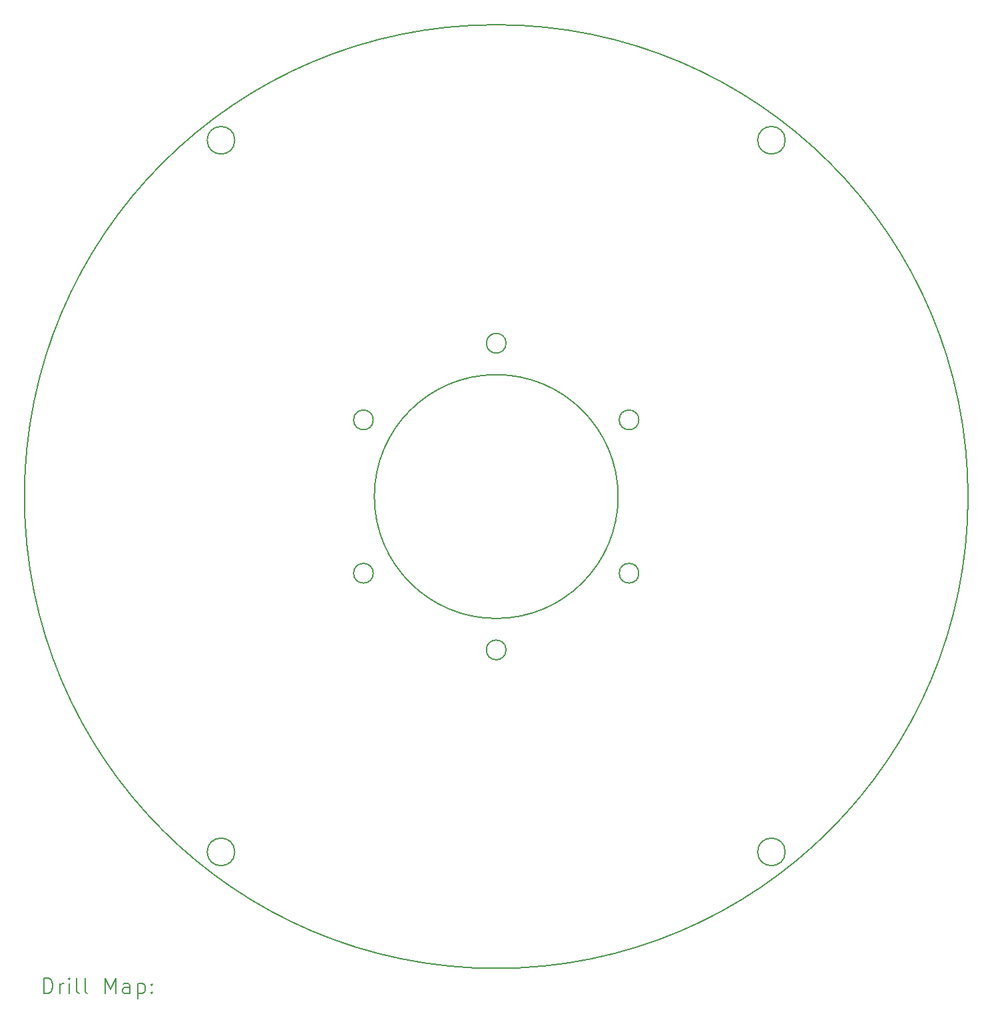
<source format=gbr>
%FSLAX45Y45*%
G04 Gerber Fmt 4.5, Leading zero omitted, Abs format (unit mm)*
G04 Created by KiCad (PCBNEW (6.0.5)) date 2022-10-16 22:53:59*
%MOMM*%
%LPD*%
G01*
G04 APERTURE LIST*
%TA.AperFunction,Profile*%
%ADD10C,0.200000*%
%TD*%
%ADD11C,0.200000*%
G04 APERTURE END LIST*
D10*
X12423000Y-5628811D02*
G75*
G03*
X12423000Y-5628811I-175000J0D01*
G01*
X15873000Y-8210000D02*
G75*
G03*
X15873000Y-8210000I-125000J0D01*
G01*
X17561750Y-9185000D02*
G75*
G03*
X17561750Y-9185000I-125000J0D01*
G01*
X12423000Y-14678811D02*
G75*
G03*
X12423000Y-14678811I-175000J0D01*
G01*
X19423000Y-14678811D02*
G75*
G03*
X19423000Y-14678811I-175000J0D01*
G01*
X17561750Y-11135000D02*
G75*
G03*
X17561750Y-11135000I-125000J0D01*
G01*
X14184250Y-9185000D02*
G75*
G03*
X14184250Y-9185000I-125000J0D01*
G01*
X17298000Y-10160000D02*
G75*
G03*
X17298000Y-10160000I-1550000J0D01*
G01*
X21748000Y-10160000D02*
G75*
G03*
X21748000Y-10160000I-6000000J0D01*
G01*
X14184250Y-11135000D02*
G75*
G03*
X14184250Y-11135000I-125000J0D01*
G01*
X19423000Y-5628811D02*
G75*
G03*
X19423000Y-5628811I-175000J0D01*
G01*
X15873000Y-12110000D02*
G75*
G03*
X15873000Y-12110000I-125000J0D01*
G01*
D11*
X9995619Y-16480476D02*
X9995619Y-16280476D01*
X10043238Y-16280476D01*
X10071810Y-16290000D01*
X10090857Y-16309048D01*
X10100381Y-16328095D01*
X10109905Y-16366190D01*
X10109905Y-16394762D01*
X10100381Y-16432857D01*
X10090857Y-16451905D01*
X10071810Y-16470952D01*
X10043238Y-16480476D01*
X9995619Y-16480476D01*
X10195619Y-16480476D02*
X10195619Y-16347143D01*
X10195619Y-16385238D02*
X10205143Y-16366190D01*
X10214667Y-16356667D01*
X10233714Y-16347143D01*
X10252762Y-16347143D01*
X10319429Y-16480476D02*
X10319429Y-16347143D01*
X10319429Y-16280476D02*
X10309905Y-16290000D01*
X10319429Y-16299524D01*
X10328952Y-16290000D01*
X10319429Y-16280476D01*
X10319429Y-16299524D01*
X10443238Y-16480476D02*
X10424190Y-16470952D01*
X10414667Y-16451905D01*
X10414667Y-16280476D01*
X10548000Y-16480476D02*
X10528952Y-16470952D01*
X10519429Y-16451905D01*
X10519429Y-16280476D01*
X10776571Y-16480476D02*
X10776571Y-16280476D01*
X10843238Y-16423333D01*
X10909905Y-16280476D01*
X10909905Y-16480476D01*
X11090857Y-16480476D02*
X11090857Y-16375714D01*
X11081333Y-16356667D01*
X11062286Y-16347143D01*
X11024190Y-16347143D01*
X11005143Y-16356667D01*
X11090857Y-16470952D02*
X11071810Y-16480476D01*
X11024190Y-16480476D01*
X11005143Y-16470952D01*
X10995619Y-16451905D01*
X10995619Y-16432857D01*
X11005143Y-16413809D01*
X11024190Y-16404286D01*
X11071810Y-16404286D01*
X11090857Y-16394762D01*
X11186095Y-16347143D02*
X11186095Y-16547143D01*
X11186095Y-16356667D02*
X11205143Y-16347143D01*
X11243238Y-16347143D01*
X11262286Y-16356667D01*
X11271809Y-16366190D01*
X11281333Y-16385238D01*
X11281333Y-16442381D01*
X11271809Y-16461428D01*
X11262286Y-16470952D01*
X11243238Y-16480476D01*
X11205143Y-16480476D01*
X11186095Y-16470952D01*
X11367048Y-16461428D02*
X11376571Y-16470952D01*
X11367048Y-16480476D01*
X11357524Y-16470952D01*
X11367048Y-16461428D01*
X11367048Y-16480476D01*
X11367048Y-16356667D02*
X11376571Y-16366190D01*
X11367048Y-16375714D01*
X11357524Y-16366190D01*
X11367048Y-16356667D01*
X11367048Y-16375714D01*
M02*

</source>
